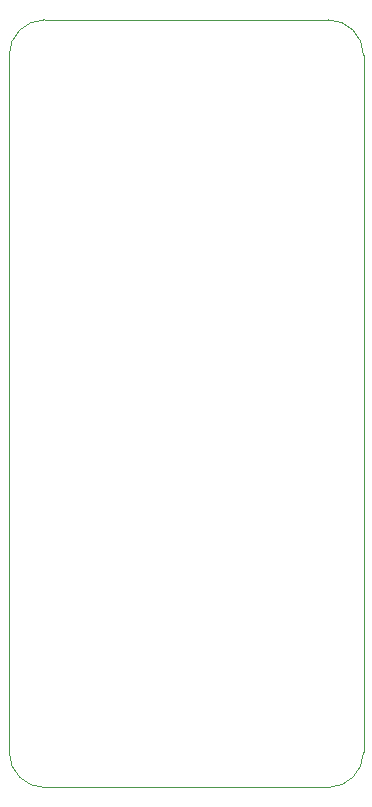
<source format=gbr>
%TF.GenerationSoftware,KiCad,Pcbnew,8.0.9*%
%TF.CreationDate,2026-01-01T18:04:30+09:00*%
%TF.ProjectId,Main,4d61696e-2e6b-4696-9361-645f70636258,rev?*%
%TF.SameCoordinates,Original*%
%TF.FileFunction,Profile,NP*%
%FSLAX46Y46*%
G04 Gerber Fmt 4.6, Leading zero omitted, Abs format (unit mm)*
G04 Created by KiCad (PCBNEW 8.0.9) date 2026-01-01 18:04:30*
%MOMM*%
%LPD*%
G01*
G04 APERTURE LIST*
%TA.AperFunction,Profile*%
%ADD10C,0.050000*%
%TD*%
G04 APERTURE END LIST*
D10*
X157000000Y-130000000D02*
X133000000Y-130000000D01*
X130000000Y-68000000D02*
G75*
G02*
X133000000Y-65000000I3000000J0D01*
G01*
X160000000Y-127000000D02*
G75*
G02*
X157000000Y-130000000I-3000000J0D01*
G01*
X157000000Y-65000000D02*
G75*
G02*
X160000000Y-68000000I0J-3000000D01*
G01*
X133000000Y-130000000D02*
G75*
G02*
X130000000Y-127000000I0J3000000D01*
G01*
X160000000Y-68000000D02*
X160000000Y-127000000D01*
X130000000Y-127000000D02*
X130000000Y-68000000D01*
X133000000Y-65000000D02*
X157000000Y-65000000D01*
M02*

</source>
